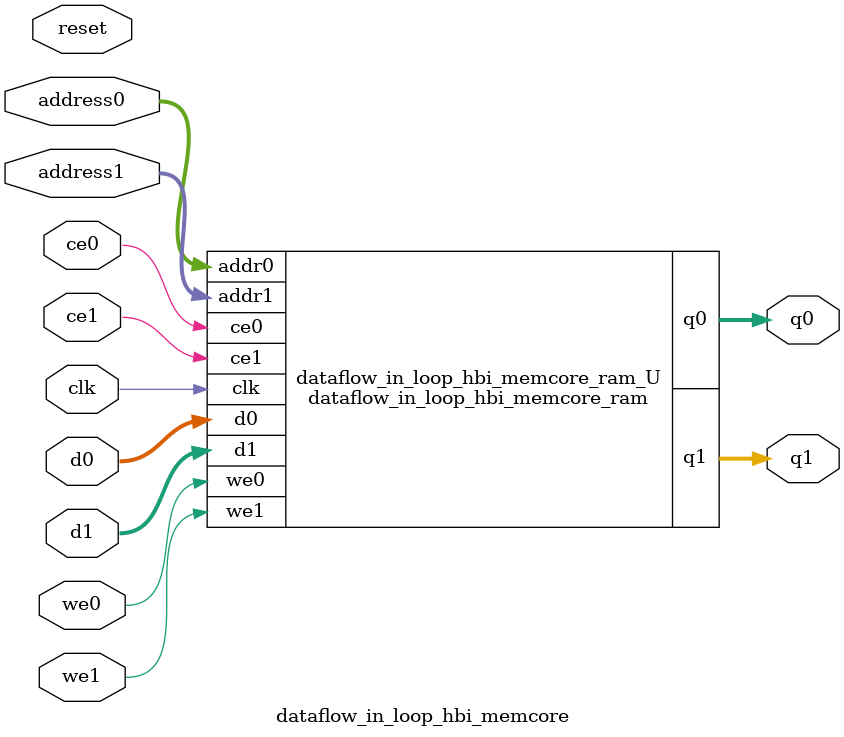
<source format=v>

`timescale 1 ns / 1 ps
module dataflow_in_loop_hbi_memcore_ram (addr0, ce0, d0, we0, q0, addr1, ce1, d1, we1, q1,  clk);

parameter DWIDTH = 32;
parameter AWIDTH = 17;
parameter MEM_SIZE = 91712;

input[AWIDTH-1:0] addr0;
input ce0;
input[DWIDTH-1:0] d0;
input we0;
output reg[DWIDTH-1:0] q0;
input[AWIDTH-1:0] addr1;
input ce1;
input[DWIDTH-1:0] d1;
input we1;
output reg[DWIDTH-1:0] q1;
input clk;

(* ram_style = "block" *)reg [DWIDTH-1:0] ram[0:MEM_SIZE-1];




always @(posedge clk)  
begin 
    if (ce0) 
    begin
        if (we0) 
        begin 
            ram[addr0] <= d0; 
            q0 <= d0;
        end 
        else 
            q0 <= ram[addr0];
    end
end


always @(posedge clk)  
begin 
    if (ce1) 
    begin
        if (we1) 
        begin 
            ram[addr1] <= d1; 
            q1 <= d1;
        end 
        else 
            q1 <= ram[addr1];
    end
end


endmodule


`timescale 1 ns / 1 ps
module dataflow_in_loop_hbi_memcore(
    reset,
    clk,
    address0,
    ce0,
    we0,
    d0,
    q0,
    address1,
    ce1,
    we1,
    d1,
    q1);

parameter DataWidth = 32'd32;
parameter AddressRange = 32'd91712;
parameter AddressWidth = 32'd17;
input reset;
input clk;
input[AddressWidth - 1:0] address0;
input ce0;
input we0;
input[DataWidth - 1:0] d0;
output[DataWidth - 1:0] q0;
input[AddressWidth - 1:0] address1;
input ce1;
input we1;
input[DataWidth - 1:0] d1;
output[DataWidth - 1:0] q1;



dataflow_in_loop_hbi_memcore_ram dataflow_in_loop_hbi_memcore_ram_U(
    .clk( clk ),
    .addr0( address0 ),
    .ce0( ce0 ),
    .d0( d0 ),
    .we0( we0 ),
    .q0( q0 ),
    .addr1( address1 ),
    .ce1( ce1 ),
    .d1( d1 ),
    .we1( we1 ),
    .q1( q1 ));

endmodule


</source>
